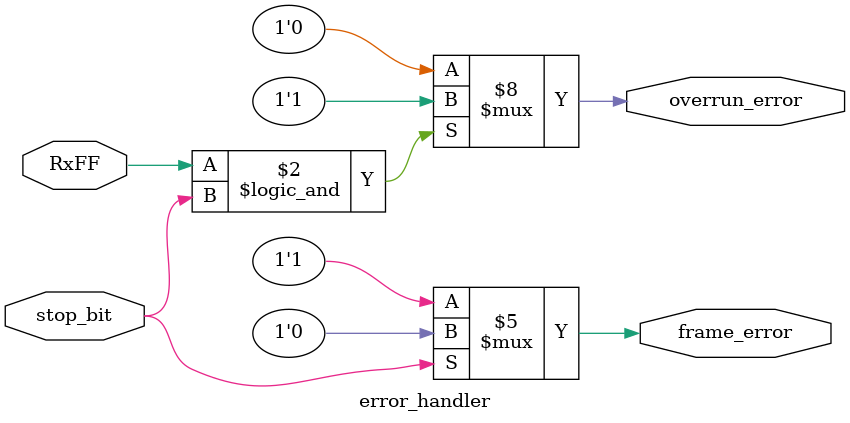
<source format=sv>
module error_handler(
    input  var logic RxFF,
    input  var logic stop_bit,
    output var logic overrun_error,
    output var logic frame_error
);

    always_comb begin
        if ((RxFF && stop_bit)) begin   
            overrun_error = 1'b1;
        end
        else begin
            overrun_error = 1'b0;
        end

        if (!stop_bit) begin             //en is done signal from shift reg which is asserted if stop bit is detected
            frame_error   = 1'b1;
        end
        else begin
            frame_error   = 1'b0;
        end
    end

endmodule
</source>
